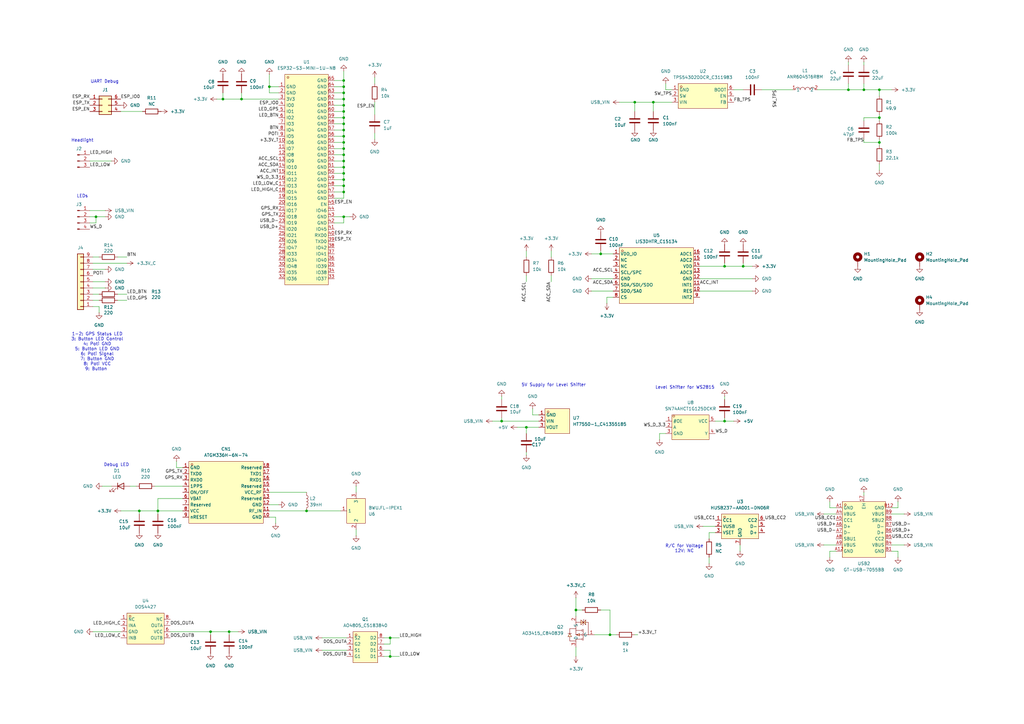
<source format=kicad_sch>
(kicad_sch (version 20250114) (generator "eeschema") (generator_version "9.0")
  (paper "A3")
  (text "LEDs" (at 33.782 80.518 0) (effects (font (size 1.27 1.27))))
  (text "R/C for Voltage\n12V: NC" (at 280.67 225.044 0) (effects (font (size 1.27 1.27))))
  (text "Headlight" (at 33.782 57.658 0) (effects (font (size 1.27 1.27))))
  (text "1-2: GPS Status LED\n3: Button LED Control\n4: Poti GND\n5: Button LED GND\n6: Poti Signal\n7: Button GND\n8: Poti VCC\n9: Button " (at 39.878 144.272 0) (effects (font (size 1.27 1.27))))
  (text "Level Shifter for WS2815" (at 280.924 159.004 0) (effects (font (size 1.27 1.27))))
  (text "Debug LED" (at 47.752 190.754 0) (effects (font (size 1.27 1.27))))
  (text "UART Debug" (at 42.926 33.528 0) (effects (font (size 1.27 1.27))))
  (text "5V Supply for Level Shifter\n" (at 227.076 157.988 0) (effects (font (size 1.27 1.27))))
  (junction (at 354.33 36.83))
  (junction (at 360.68 48.26))
  (junction (at 140.97 48.26))
  (junction (at 86.36 259.08))
  (junction (at 140.97 66.04))
  (junction (at 140.97 58.42))
  (junction (at 360.68 36.83))
  (junction (at 260.35 41.91))
  (junction (at 140.97 33.02))
  (junction (at 347.98 36.83))
  (junction (at 99.06 40.64))
  (junction (at 140.97 38.1))
  (junction (at 140.97 40.64))
  (junction (at 140.97 53.34))
  (junction (at 125.73 209.55))
  (junction (at 297.18 109.22))
  (junction (at 140.97 50.8))
  (junction (at 304.8 109.22))
  (junction (at 91.44 40.64))
  (junction (at 140.97 78.74))
  (junction (at 140.97 45.72))
  (junction (at 140.97 71.12))
  (junction (at 140.97 63.5))
  (junction (at 160.02 261.62))
  (junction (at 140.97 43.18))
  (junction (at 140.97 88.9))
  (junction (at 140.97 60.96))
  (junction (at 140.97 55.88))
  (junction (at 140.97 73.66))
  (junction (at 250.19 260.35))
  (junction (at 215.9 175.26))
  (junction (at 236.22 250.19))
  (junction (at 160.02 269.24))
  (junction (at 140.97 76.2))
  (junction (at 297.18 172.72))
  (junction (at 360.68 58.42))
  (junction (at 140.97 68.58))
  (junction (at 64.77 209.55))
  (junction (at 57.15 209.55))
  (junction (at 205.74 172.72))
  (junction (at 246.38 104.14))
  (junction (at 39.37 88.9))
  (junction (at 110.49 35.56))
  (junction (at 267.97 41.91))
  (junction (at 140.97 35.56))
  (junction (at 93.98 259.08))
  (wire (pts (xy 157.48 266.7) (xy 160.02 266.7)))
  (wire (pts (xy 261.62 260.35) (xy 260.35 260.35)))
  (wire (pts (xy 41.91 199.39) (xy 45.72 199.39)))
  (wire (pts (xy 93.98 260.35) (xy 93.98 259.08)))
  (wire (pts (xy 340.36 208.28) (xy 340.36 205.74)))
  (wire (pts (xy 205.74 171.45) (xy 205.74 172.72)))
  (wire (pts (xy 300.99 36.83) (xy 304.8 36.83)))
  (wire (pts (xy 246.38 104.14) (xy 242.57 104.14)))
  (wire (pts (xy 354.33 201.93) (xy 354.33 203.2)))
  (wire (pts (xy 140.97 45.72) (xy 140.97 48.26)))
  (wire (pts (xy 114.3 38.1) (xy 110.49 38.1)))
  (wire (pts (xy 246.38 250.19) (xy 250.19 250.19)))
  (wire (pts (xy 236.22 265.43) (xy 236.22 269.24)))
  (wire (pts (xy 368.3 208.28) (xy 368.3 205.74)))
  (wire (pts (xy 64.77 204.47) (xy 64.77 209.55)))
  (wire (pts (xy 304.8 109.22) (xy 308.61 109.22)))
  (wire (pts (xy 335.28 36.83) (xy 347.98 36.83)))
  (wire (pts (xy 140.97 58.42) (xy 140.97 60.96)))
  (wire (pts (xy 287.02 114.3) (xy 308.61 114.3)))
  (wire (pts (xy 236.22 250.19) (xy 238.76 250.19)))
  (wire (pts (xy 160.02 266.7) (xy 160.02 269.24)))
  (wire (pts (xy 226.06 113.03) (xy 226.06 115.57)))
  (wire (pts (xy 137.16 88.9) (xy 140.97 88.9)))
  (wire (pts (xy 157.48 264.16) (xy 160.02 264.16)))
  (wire (pts (xy 360.68 36.83) (xy 360.68 39.37)))
  (wire (pts (xy 137.16 58.42) (xy 140.97 58.42)))
  (wire (pts (xy 140.97 78.74) (xy 140.97 81.28)))
  (wire (pts (xy 140.97 29.21) (xy 140.97 33.02)))
  (wire (pts (xy 39.37 91.44) (xy 39.37 88.9)))
  (wire (pts (xy 137.16 45.72) (xy 140.97 45.72)))
  (wire (pts (xy 370.84 210.82) (xy 365.76 210.82)))
  (wire (pts (xy 110.49 209.55) (xy 125.73 209.55)))
  (wire (pts (xy 53.34 199.39) (xy 55.88 199.39)))
  (wire (pts (xy 140.97 38.1) (xy 140.97 40.64)))
  (wire (pts (xy 110.49 35.56) (xy 110.49 38.1)))
  (wire (pts (xy 125.73 209.55) (xy 139.7 209.55)))
  (wire (pts (xy 137.16 33.02) (xy 140.97 33.02)))
  (wire (pts (xy 137.16 76.2) (xy 140.97 76.2)))
  (wire (pts (xy 157.48 269.24) (xy 160.02 269.24)))
  (wire (pts (xy 220.98 175.26) (xy 215.9 175.26)))
  (wire (pts (xy 137.16 81.28) (xy 140.97 81.28)))
  (wire (pts (xy 140.97 88.9) (xy 140.97 91.44)))
  (wire (pts (xy 39.37 88.9) (xy 43.18 88.9)))
  (wire (pts (xy 137.16 38.1) (xy 140.97 38.1)))
  (wire (pts (xy 354.33 25.4) (xy 354.33 26.67)))
  (wire (pts (xy 137.16 68.58) (xy 140.97 68.58)))
  (wire (pts (xy 246.38 102.87) (xy 246.38 104.14)))
  (wire (pts (xy 342.9 226.06) (xy 340.36 226.06)))
  (wire (pts (xy 137.16 60.96) (xy 140.97 60.96)))
  (wire (pts (xy 267.97 41.91) (xy 260.35 41.91)))
  (wire (pts (xy 242.57 119.38) (xy 251.46 119.38)))
  (wire (pts (xy 113.03 212.09) (xy 113.03 214.63)))
  (wire (pts (xy 74.93 204.47) (xy 64.77 204.47)))
  (wire (pts (xy 297.18 172.72) (xy 300.99 172.72)))
  (wire (pts (xy 354.33 58.42) (xy 360.68 58.42)))
  (wire (pts (xy 236.22 250.19) (xy 236.22 252.73)))
  (wire (pts (xy 72.39 189.23) (xy 72.39 191.77)))
  (wire (pts (xy 243.84 260.35) (xy 250.19 260.35)))
  (wire (pts (xy 69.85 259.08) (xy 86.36 259.08)))
  (wire (pts (xy 365.76 226.06) (xy 368.3 226.06)))
  (wire (pts (xy 49.53 45.72) (xy 58.42 45.72)))
  (wire (pts (xy 137.16 50.8) (xy 140.97 50.8)))
  (wire (pts (xy 248.92 121.92) (xy 248.92 124.46)))
  (wire (pts (xy 137.16 66.04) (xy 140.97 66.04)))
  (wire (pts (xy 38.1 259.08) (xy 49.53 259.08)))
  (wire (pts (xy 236.22 245.11) (xy 236.22 250.19)))
  (wire (pts (xy 91.44 40.64) (xy 91.44 38.1)))
  (wire (pts (xy 64.77 209.55) (xy 57.15 209.55)))
  (wire (pts (xy 370.84 223.52) (xy 365.76 223.52)))
  (wire (pts (xy 360.68 57.15) (xy 360.68 58.42)))
  (wire (pts (xy 360.68 46.99) (xy 360.68 48.26)))
  (wire (pts (xy 140.97 76.2) (xy 140.97 78.74)))
  (wire (pts (xy 205.74 162.56) (xy 205.74 163.83)))
  (wire (pts (xy 137.16 48.26) (xy 140.97 48.26)))
  (wire (pts (xy 360.68 67.31) (xy 360.68 69.85)))
  (wire (pts (xy 86.36 260.35) (xy 86.36 259.08)))
  (wire (pts (xy 360.68 36.83) (xy 365.76 36.83)))
  (wire (pts (xy 312.42 36.83) (xy 325.12 36.83)))
  (wire (pts (xy 49.53 209.55) (xy 57.15 209.55)))
  (wire (pts (xy 146.05 219.71) (xy 146.05 217.17)))
  (wire (pts (xy 354.33 57.15) (xy 354.33 58.42)))
  (wire (pts (xy 38.1 120.65) (xy 40.64 120.65)))
  (wire (pts (xy 40.64 128.27) (xy 40.64 125.73)))
  (wire (pts (xy 48.26 105.41) (xy 52.07 105.41)))
  (wire (pts (xy 360.68 48.26) (xy 360.68 49.53)))
  (wire (pts (xy 290.83 218.44) (xy 293.37 218.44)))
  (wire (pts (xy 140.97 60.96) (xy 140.97 63.5)))
  (wire (pts (xy 347.98 25.4) (xy 347.98 26.67)))
  (wire (pts (xy 360.68 58.42) (xy 360.68 59.69)))
  (wire (pts (xy 153.67 31.75) (xy 153.67 34.29)))
  (wire (pts (xy 354.33 49.53) (xy 354.33 48.26)))
  (wire (pts (xy 38.1 115.57) (xy 43.18 115.57)))
  (wire (pts (xy 275.59 36.83) (xy 273.05 36.83)))
  (wire (pts (xy 140.97 50.8) (xy 140.97 53.34)))
  (wire (pts (xy 337.82 223.52) (xy 342.9 223.52)))
  (wire (pts (xy 365.76 208.28) (xy 368.3 208.28)))
  (wire (pts (xy 288.29 215.9) (xy 293.37 215.9)))
  (wire (pts (xy 64.77 209.55) (xy 64.77 210.82)))
  (wire (pts (xy 63.5 199.39) (xy 74.93 199.39)))
  (wire (pts (xy 137.16 63.5) (xy 140.97 63.5)))
  (wire (pts (xy 160.02 269.24) (xy 163.83 269.24)))
  (wire (pts (xy 140.97 35.56) (xy 140.97 38.1)))
  (wire (pts (xy 38.1 107.95) (xy 52.07 107.95)))
  (wire (pts (xy 74.93 209.55) (xy 64.77 209.55)))
  (wire (pts (xy 140.97 53.34) (xy 140.97 55.88)))
  (wire (pts (xy 267.97 41.91) (xy 267.97 45.72)))
  (wire (pts (xy 36.83 66.04) (xy 45.72 66.04)))
  (wire (pts (xy 137.16 91.44) (xy 140.97 91.44)))
  (wire (pts (xy 287.02 109.22) (xy 297.18 109.22)))
  (wire (pts (xy 260.35 41.91) (xy 260.35 45.72)))
  (wire (pts (xy 290.83 228.6) (xy 290.83 231.14)))
  (wire (pts (xy 160.02 261.62) (xy 163.83 261.62)))
  (wire (pts (xy 137.16 55.88) (xy 140.97 55.88)))
  (wire (pts (xy 132.08 266.7) (xy 142.24 266.7)))
  (wire (pts (xy 254 41.91) (xy 260.35 41.91)))
  (wire (pts (xy 137.16 43.18) (xy 140.97 43.18)))
  (wire (pts (xy 220.98 170.18) (xy 218.44 170.18)))
  (wire (pts (xy 140.97 43.18) (xy 140.97 45.72)))
  (wire (pts (xy 140.97 68.58) (xy 140.97 71.12)))
  (wire (pts (xy 74.93 191.77) (xy 72.39 191.77)))
  (wire (pts (xy 215.9 113.03) (xy 215.9 115.57)))
  (wire (pts (xy 212.09 175.26) (xy 215.9 175.26)))
  (wire (pts (xy 137.16 35.56) (xy 140.97 35.56)))
  (wire (pts (xy 57.15 209.55) (xy 57.15 210.82)))
  (wire (pts (xy 36.83 88.9) (xy 39.37 88.9)))
  (wire (pts (xy 218.44 170.18) (xy 218.44 167.64)))
  (wire (pts (xy 110.49 35.56) (xy 114.3 35.56)))
  (wire (pts (xy 304.8 109.22) (xy 304.8 107.95)))
  (wire (pts (xy 226.06 102.87) (xy 226.06 105.41)))
  (wire (pts (xy 140.97 40.64) (xy 140.97 43.18)))
  (wire (pts (xy 99.06 40.64) (xy 114.3 40.64)))
  (wire (pts (xy 99.06 40.64) (xy 99.06 38.1)))
  (wire (pts (xy 340.36 226.06) (xy 340.36 228.6)))
  (wire (pts (xy 201.93 172.72) (xy 205.74 172.72)))
  (wire (pts (xy 153.67 41.91) (xy 153.67 46.99)))
  (wire (pts (xy 275.59 41.91) (xy 267.97 41.91)))
  (wire (pts (xy 86.36 259.08) (xy 93.98 259.08)))
  (wire (pts (xy 342.9 208.28) (xy 340.36 208.28)))
  (wire (pts (xy 205.74 172.72) (xy 220.98 172.72)))
  (wire (pts (xy 40.64 125.73) (xy 38.1 125.73)))
  (wire (pts (xy 368.3 226.06) (xy 368.3 228.6)))
  (wire (pts (xy 153.67 54.61) (xy 153.67 57.15)))
  (wire (pts (xy 99.06 40.64) (xy 91.44 40.64)))
  (wire (pts (xy 110.49 212.09) (xy 113.03 212.09)))
  (wire (pts (xy 110.49 201.93) (xy 125.73 201.93)))
  (wire (pts (xy 160.02 264.16) (xy 160.02 261.62)))
  (wire (pts (xy 273.05 36.83) (xy 273.05 34.29)))
  (wire (pts (xy 36.83 86.36) (xy 43.18 86.36)))
  (wire (pts (xy 215.9 185.42) (xy 215.9 186.69)))
  (wire (pts (xy 140.97 55.88) (xy 140.97 58.42)))
  (wire (pts (xy 290.83 220.98) (xy 290.83 218.44)))
  (wire (pts (xy 146.05 201.93) (xy 146.05 199.39)))
  (wire (pts (xy 354.33 36.83) (xy 354.33 34.29)))
  (wire (pts (xy 297.18 162.56) (xy 297.18 163.83)))
  (wire (pts (xy 347.98 36.83) (xy 354.33 36.83)))
  (wire (pts (xy 337.82 210.82) (xy 342.9 210.82)))
  (wire (pts (xy 38.1 110.49) (xy 43.18 110.49)))
  (wire (pts (xy 273.05 177.8) (xy 270.51 177.8)))
  (wire (pts (xy 157.48 261.62) (xy 160.02 261.62)))
  (wire (pts (xy 140.97 66.04) (xy 140.97 68.58)))
  (wire (pts (xy 140.97 71.12) (xy 140.97 73.66)))
  (wire (pts (xy 38.1 105.41) (xy 40.64 105.41)))
  (wire (pts (xy 242.57 114.3) (xy 251.46 114.3)))
  (wire (pts (xy 354.33 36.83) (xy 360.68 36.83)))
  (wire (pts (xy 297.18 109.22) (xy 304.8 109.22)))
  (wire (pts (xy 297.18 172.72) (xy 297.18 171.45)))
  (wire (pts (xy 251.46 121.92) (xy 248.92 121.92)))
  (wire (pts (xy 140.97 73.66) (xy 140.97 76.2)))
  (wire (pts (xy 287.02 119.38) (xy 308.61 119.38)))
  (wire (pts (xy 38.1 123.19) (xy 40.64 123.19)))
  (wire (pts (xy 354.33 48.26) (xy 360.68 48.26)))
  (wire (pts (xy 137.16 40.64) (xy 140.97 40.64)))
  (wire (pts (xy 252.73 260.35) (xy 250.19 260.35)))
  (wire (pts (xy 36.83 91.44) (xy 39.37 91.44)))
  (wire (pts (xy 137.16 53.34) (xy 140.97 53.34)))
  (wire (pts (xy 270.51 177.8) (xy 270.51 180.34)))
  (wire (pts (xy 93.98 259.08) (xy 97.79 259.08)))
  (wire (pts (xy 52.07 123.19) (xy 48.26 123.19)))
  (wire (pts (xy 303.53 223.52) (xy 303.53 226.06)))
  (wire (pts (xy 110.49 30.48) (xy 110.49 35.56)))
  (wire (pts (xy 110.49 207.01) (xy 114.3 207.01)))
  (wire (pts (xy 132.08 261.62) (xy 142.24 261.62)))
  (wire (pts (xy 38.1 118.11) (xy 43.18 118.11)))
  (wire (pts (xy 297.18 109.22) (xy 297.18 107.95)))
  (wire (pts (xy 88.9 40.64) (xy 91.44 40.64)))
  (wire (pts (xy 137.16 71.12) (xy 140.97 71.12)))
  (wire (pts (xy 140.97 48.26) (xy 140.97 50.8)))
  (wire (pts (xy 250.19 250.19) (xy 250.19 260.35)))
  (wire (pts (xy 140.97 88.9) (xy 143.51 88.9)))
  (wire (pts (xy 215.9 102.87) (xy 215.9 105.41)))
  (wire (pts (xy 137.16 73.66) (xy 140.97 73.66)))
  (wire (pts (xy 215.9 175.26) (xy 215.9 177.8)))
  (wire (pts (xy 137.16 78.74) (xy 140.97 78.74)))
  (wire (pts (xy 347.98 36.83) (xy 347.98 34.29)))
  (wire (pts (xy 140.97 63.5) (xy 140.97 66.04)))
  (wire (pts (xy 48.26 120.65) (xy 52.07 120.65)))
  (wire (pts (xy 293.37 172.72) (xy 297.18 172.72)))
  (wire (pts (xy 251.46 104.14) (xy 246.38 104.14)))
  (wire (pts (xy 140.97 33.02) (xy 140.97 35.56)))
  (label "BTN" (at 52.07 105.41 0))
  (label "POTI" (at 38.1 113.03 0))
  (label "ACC_SCL" (at 215.9 115.57 270))
  (label "GPS_TX" (at 114.3 88.9 180))
  (label "ESP_TX" (at 36.83 43.18 180))
  (label "LED_BTN" (at 52.07 120.65 0))
  (label "FB_TPS" (at 300.99 41.91 0))
  (label "LED_HIGH_C" (at 114.3 78.74 180))
  (label "WS_D_3.3" (at 114.3 73.66 180))
  (label "USB_D+" (at 342.9 215.9 180))
  (label "LED_HIGH" (at 163.83 261.62 0))
  (label "GPS_TX" (at 74.93 194.31 180))
  (label "USB_CC1" (at 293.37 213.36 180))
  (label "ACC_INT" (at 287.02 116.84 0))
  (label "USB_D-" (at 114.3 91.44 180))
  (label "POTI" (at 114.3 55.88 180))
  (label "SW_TPS" (at 275.59 39.37 180))
  (label "DOS_OUTB" (at 69.85 261.62 0))
  (label "LED_HIGH_C" (at 49.53 256.54 180))
  (label "ESP_RX" (at 36.83 40.64 180))
  (label "LED_LOW_C" (at 49.53 261.62 180))
  (label "ACC_INT" (at 114.3 71.12 180))
  (label "DOS_OUTB" (at 142.24 269.24 180))
  (label "LED_LOW" (at 36.83 68.58 0))
  (label "GPS_RX" (at 114.3 86.36 180))
  (label "ACC_SCL" (at 114.3 66.04 180))
  (label "WS_D" (at 293.37 177.8 0))
  (label "LED_LOW_C" (at 114.3 76.2 180))
  (label "+3.3V_T" (at 114.3 58.42 180))
  (label "GPS_RX" (at 74.93 196.85 180))
  (label "ESP_TX" (at 137.16 99.06 0))
  (label "LED_BTN" (at 114.3 48.26 180))
  (label "FB_TPS" (at 354.33 58.42 180))
  (label "BTN" (at 114.3 53.34 180))
  (label "USB_D+" (at 365.76 218.44 0))
  (label "ESP_EN" (at 36.83 45.72 180))
  (label "USB_CC1" (at 342.9 213.36 180))
  (label "DOS_OUTA" (at 142.24 264.16 180))
  (label "USB_D+" (at 114.3 93.98 180))
  (label "ESP_IO0" (at 49.53 40.64 0))
  (label "ESP_IO0" (at 114.3 43.18 180))
  (label "USB_D-" (at 365.76 215.9 0))
  (label "ACC_SCL" (at 251.46 111.76 180))
  (label "WS_D" (at 36.83 93.98 0))
  (label "LED_HIGH" (at 36.83 63.5 0))
  (label "ESP_EN" (at 153.67 44.45 180))
  (label "USB_D-" (at 342.9 218.44 180))
  (label "ACC_SDA" (at 251.46 116.84 180))
  (label "ACC_SDA" (at 114.3 68.58 180))
  (label "USB_CC2" (at 365.76 220.98 0))
  (label "ESP_RX" (at 137.16 96.52 0))
  (label "WS_D_3.3" (at 273.05 175.26 180))
  (label "ESP_EN" (at 137.16 83.82 0))
  (label "ACC_SDA" (at 226.06 115.57 270))
  (label "USB_CC2" (at 313.69 213.36 0))
  (label "SW_TPS" (at 318.77 36.83 270))
  (label "LED_LOW" (at 163.83 269.24 0))
  (label "LED_GPS" (at 114.3 45.72 180))
  (label "LED_GPS" (at 52.07 123.19 0))
  (label "+3.3V_T" (at 261.62 260.35 0))
  (label "DOS_OUTA" (at 69.85 256.54 0))
  (symbol (lib_id "Device:C") (at 57.15 214.63 0) (unit 1)
    (property "Reference" "C15" (at 48.768 213.868 0) (effects (justify left)))
    (property "Value" "10uF" (at 48.768 216.408 0) (effects (justify left)))
    (property "Footprint" "Capacitor_SMD:C_0603_1608Metric" (effects (hide yes)))
    (property "Description" "Unpolarized capacitor" (effects (hide yes)))
  )
  (symbol (lib_id "Device:C") (at 86.36 264.16 0) (unit 1)
    (property "Reference" "C13" (at 77.978 263.398 0) (effects (justify left)))
    (property "Value" "10uF" (at 77.978 265.938 0) (effects (justify left)))
    (property "Footprint" "Capacitor_SMD:C_0603_1608Metric" (effects (hide yes)))
    (property "Description" "Unpolarized capacitor" (effects (hide yes)))
  )
  (symbol (lib_id "Device:LED") (at 49.53 199.39 0) (unit 1)
    (property "Reference" "D1" (at 47.9425 193.04 0))
    (property "Value" "LED" (at 47.9425 195.58 0))
    (property "Footprint" "LED_SMD:LED_0603_1608Metric" (effects (hide yes)))
    (property "Description" "Light emitting diode" (effects (hide yes)))
    (property "Sim.Pins" "1=K 2=A" (effects (hide yes)))
  )
  (symbol (lib_id "Device:R") (at 360.68 43.18 0) (unit 1)
    (property "Reference" "R1" (at 363.22 41.9099 0) (effects (justify left)))
    (property "Value" "49.9" (at 363.22 44.4499 0) (effects (justify left)))
    (property "Footprint" "Resistor_SMD:R_0603_1608Metric" (effects (hide yes)))
    (property "Description" "Resistor" (effects (hide yes)))
  )
  (symbol (lib_id "power:GND") (at 110.49 30.48 180) (unit 1)
    (property "Reference" "#PWR010" (effects (hide yes)))
    (property "Value" "GND" (at 110.49 25.4 0))
    (property "Description" "Power symbol creates a global label with name \"GND\" , ground" (effects (hide yes)))
  )
  (symbol (lib_id "power:GND") (at 57.15 218.44 0) (unit 1)
    (property "Reference" "#PWR052" (effects (hide yes)))
    (property "Value" "GND" (at 57.15 223.52 0))
    (property "Description" "Power symbol creates a global label with name \"GND\" , ground" (effects (hide yes)))
  )
  (symbol (lib_id "Device:R") (at 215.9 109.22 0) (unit 1)
    (property "Reference" "R7" (at 218.44 107.9499 0) (effects (justify left)))
    (property "Value" "10k" (at 218.44 110.4899 0) (effects (justify left)))
    (property "Footprint" "Resistor_SMD:R_0603_1608Metric" (effects (hide yes)))
    (property "Description" "Resistor" (effects (hide yes)))
  )
  (symbol (lib_id "power:+12V") (at 132.08 261.62 90) (unit 1)
    (property "Reference" "#PWR044" (effects (hide yes)))
    (property "Value" "USB_VIN" (at 128.27 261.6199 90) (effects (justify left)))
    (property "Description" "Power symbol creates a global label with name \"+12V\"" (effects (hide yes)))
  )
  (symbol (lib_id "power:GND") (at 215.9 186.69 0) (unit 1)
    (property "Reference" "#PWR072" (effects (hide yes)))
    (property "Value" "GND" (at 215.9 191.77 0))
    (property "Description" "Power symbol creates a global label with name \"GND\" , ground" (effects (hide yes)))
  )
  (symbol (lib_id "power:GND") (at 347.98 25.4 180) (unit 1)
    (property "Reference" "#PWR05" (effects (hide yes)))
    (property "Value" "GND" (at 347.98 20.32 0))
    (property "Description" "Power symbol creates a global label with name \"GND\" , ground" (effects (hide yes)))
  )
  (symbol (lib_id "power:GND") (at 354.33 25.4 180) (unit 1)
    (property "Reference" "#PWR06" (effects (hide yes)))
    (property "Value" "GND" (at 354.33 20.32 0))
    (property "Description" "Power symbol creates a global label with name \"GND\" , ground" (effects (hide yes)))
  )
  (symbol (lib_id "Mechanical:MountingHole_Pad") (at 377.19 124.46 0) (unit 1) (in_bom no)
    (property "Reference" "H4" (at 379.73 121.9199 0) (effects (justify left)))
    (property "Value" "MountingHole_Pad" (at 379.73 124.4599 0) (effects (justify left)))
    (property "Footprint" "MountingHole:MountingHole_2.5mm_Pad_TopOnly" (effects (hide yes)))
    (property "Description" "Mounting Hole with connection" (effects (hide yes)))
  )
  (symbol (lib_id "power:+3.3V") (at 153.67 31.75 0) (unit 1)
    (property "Reference" "#PWR011" (effects (hide yes)))
    (property "Value" "+3.3V" (at 153.67 26.67 0))
    (property "Description" "Power symbol creates a global label with name \"+3.3V\"" (effects (hide yes)))
  )
  (symbol (lib_id "Device:C") (at 308.61 36.83 90) (unit 1)
    (property "Reference" "C3" (at 308.61 29.21 90))
    (property "Value" "100nF" (at 308.61 31.75 90))
    (property "Footprint" "Capacitor_SMD:C_0603_1608Metric" (effects (hide yes)))
    (property "Description" "Unpolarized capacitor" (effects (hide yes)))
  )
  (symbol (lib_id "power:GND") (at 49.53 43.18 90) (unit 1)
    (property "Reference" "#PWR061" (effects (hide yes)))
    (property "Value" "GND" (at 53.34 43.1799 90) (effects (justify right)))
    (property "Description" "Power symbol creates a global label with name \"GND\" , ground" (effects (hide yes)))
  )
  (symbol (lib_id "Connector_Generic:Conn_01x09") (at 33.02 115.57 180) (unit 1)
    (property "Reference" "J4" (at 33.02 101.6 0))
    (property "Value" "Conn_01x09" (effects (hide yes)))
    (property "Footprint" "rodl:Connector_Rodl" (effects (hide yes)))
    (property "Description" "Generic connector, single row, 01x09, script generated (kicad-library-utils/schlib/autogen/connector/)" (effects (hide yes)))
  )
  (symbol (lib_id "power:+3.3V") (at 66.04 45.72 270) (unit 1)
    (property "Reference" "#PWR062" (effects (hide yes)))
    (property "Value" "+3.3V" (at 69.85 45.7199 90) (effects (justify left)))
    (property "Description" "Power symbol creates a global label with name \"+3.3V\"" (effects (hide yes)))
  )
  (symbol (lib_id "Mechanical:MountingHole_Pad") (at 351.79 106.68 0) (unit 1) (in_bom no)
    (property "Reference" "H1" (at 354.33 104.1399 0) (effects (justify left)))
    (property "Value" "MountingHole_Pad" (at 354.33 106.6799 0) (effects (justify left)))
    (property "Footprint" "MountingHole:MountingHole_2.5mm_Pad_TopOnly" (effects (hide yes)))
    (property "Description" "Mounting Hole with connection" (effects (hide yes)))
  )
  (symbol (lib_id "power:GND") (at 303.53 226.06 0) (unit 1)
    (property "Reference" "#PWR023" (effects (hide yes)))
    (property "Value" "GND" (at 303.53 231.14 0))
    (property "Description" "Power symbol creates a global label with name \"GND\" , ground" (effects (hide yes)))
  )
  (symbol (lib_id "power:GND") (at 114.3 207.01 90) (unit 1)
    (property "Reference" "#PWR055" (effects (hide yes)))
    (property "Value" "GND" (at 118.11 207.0099 90) (effects (justify right)))
    (property "Description" "Power symbol creates a global label with name \"GND\" , ground" (effects (hide yes)))
  )
  (symbol (lib_id "Device:C") (at 267.97 49.53 0) (unit 1)
    (property "Reference" "C1" (at 271.78 48.2599 0) (effects (justify left)))
    (property "Value" "100nF" (at 271.78 50.7999 0) (effects (justify left)))
    (property "Footprint" "Capacitor_SMD:C_0603_1608Metric" (effects (hide yes)))
    (property "Description" "Unpolarized capacitor" (effects (hide yes)))
  )
  (symbol (lib_id "power:+3.3V") (at 248.92 124.46 180) (unit 1)
    (property "Reference" "#PWR025" (effects (hide yes)))
    (property "Value" "+3.3V" (at 248.92 129.54 0))
    (property "Description" "Power symbol creates a global label with name \"+3.3V\"" (effects (hide yes)))
  )
  (symbol (lib_id "power:GND") (at 377.19 109.22 0) (unit 1)
    (property "Reference" "#PWR063" (effects (hide yes)))
    (property "Value" "GND" (at 377.19 114.3 0))
    (property "Description" "Power symbol creates a global label with name \"GND\" , ground" (effects (hide yes)))
  )
  (symbol (lib_id "power:GND") (at 143.51 88.9 90) (unit 1)
    (property "Reference" "#PWR078" (effects (hide yes)))
    (property "Value" "GND" (at 147.32 88.8999 90) (effects (justify right)))
    (property "Description" "Power symbol creates a global label with name \"GND\" , ground" (effects (hide yes)))
  )
  (symbol (lib_id "power:GND") (at 354.33 201.93 180) (unit 1)
    (property "Reference" "#PWR017" (effects (hide yes)))
    (property "Value" "GND" (at 354.33 196.85 0))
    (property "Description" "Power symbol creates a global label with name \"GND\" , ground" (effects (hide yes)))
  )
  (symbol (lib_id "rodl:DOS4427") (at 59.69 257.81 0) (unit 1)
    (property "Reference" "U4" (at 59.69 246.38 0))
    (property "Value" "DOS4427" (at 59.69 248.92 0))
    (property "Footprint" "rodl:SOIC-8_L5.0-W4.0-P1.27-LS6.0-BL" (effects (hide yes)))
    (property "LCSC Part" "C42395831" (effects (hide yes)))
  )
  (symbol (lib_id "power:GND") (at 205.74 162.56 180) (unit 1)
    (property "Reference" "#PWR074" (effects (hide yes)))
    (property "Value" "GND" (at 205.74 157.48 0))
    (property "Description" "Power symbol creates a global label with name \"GND\" , ground" (effects (hide yes)))
  )
  (symbol (lib_id "power:GND") (at 360.68 69.85 0) (unit 1)
    (property "Reference" "#PWR08" (effects (hide yes)))
    (property "Value" "GND" (at 360.68 74.93 0))
    (property "Description" "Power symbol creates a global label with name \"GND\" , ground" (effects (hide yes)))
  )
  (symbol (lib_id "Device:C") (at 99.06 34.29 180) (unit 1)
    (property "Reference" "C9" (at 102.362 33.274 0) (effects (justify right)))
    (property "Value" "100nF" (at 102.362 35.814 0) (effects (justify right)))
    (property "Footprint" "Capacitor_SMD:C_0603_1608Metric" (effects (hide yes)))
    (property "Description" "Unpolarized capacitor" (effects (hide yes)))
  )
  (symbol (lib_id "power:+12V") (at 337.82 223.52 90) (unit 1)
    (property "Reference" "#PWR039" (effects (hide yes)))
    (property "Value" "USB_VIN" (at 334.01 223.5199 90) (effects (justify left)))
    (property "Description" "Power symbol creates a global label with name \"+12V\"" (effects (hide yes)))
  )
  (symbol (lib_id "Device:R") (at 290.83 224.79 0) (unit 1)
    (property "Reference" "R5" (at 293.37 223.5199 0) (effects (justify left)))
    (property "Value" "NC" (at 293.37 226.0599 0) (effects (justify left)))
    (property "Footprint" "Resistor_SMD:R_0603_1608Metric" (effects (hide yes)))
    (property "Description" "Resistor" (effects (hide yes)))
  )
  (symbol (lib_id "power:+3.3V") (at 236.22 245.11 0) (unit 1)
    (property "Reference" "#PWR048" (effects (hide yes)))
    (property "Value" "+3.3V_C" (at 236.22 240.03 0))
    (property "Description" "Power symbol creates a global label with name \"+3.3V\"" (effects (hide yes)))
  )
  (symbol (lib_id "power:GND") (at 41.91 199.39 270) (unit 1)
    (property "Reference" "#PWR051" (effects (hide yes)))
    (property "Value" "GND" (at 38.1 199.3899 90) (effects (justify right)))
    (property "Description" "Power symbol creates a global label with name \"GND\" , ground" (effects (hide yes)))
  )
  (symbol (lib_id "rodl:TPS54302DDCR_C311983") (at 288.29 39.37 0) (unit 1)
    (property "Reference" "U2" (at 288.29 29.21 0))
    (property "Value" "TPS54302DDCR_C311983" (at 288.29 31.75 0))
    (property "Footprint" "rodl:SOT-23-6_L2.9-W1.6-P0.95-LS2.8-BL" (effects (hide yes)))
    (property "Datasheet" "https://lcsc.com/product-detail/Others_Texas-Instruments_TPS54302DDCR_Texas-Instruments-TI-TPS54302DDCR_C311983.html" (effects (hide yes)))
    (property "LCSC Part" "C311983" (effects (hide yes)))
  )
  (symbol (lib_id "power:+3.3V") (at 365.76 36.83 270) (unit 1)
    (property "Reference" "#PWR07" (effects (hide yes)))
    (property "Value" "+3.3V" (at 369.57 36.8299 90) (effects (justify left)))
    (property "Description" "Power symbol creates a global label with name \"+3.3V\"" (effects (hide yes)))
  )
  (symbol (lib_id "power:GND") (at 304.8 100.33 180) (unit 1)
    (property "Reference" "#PWR032" (effects (hide yes)))
    (property "Value" "GND" (at 304.8 95.25 0))
    (property "Description" "Power symbol creates a global label with name \"GND\" , ground" (effects (hide yes)))
  )
  (symbol (lib_id "power:+3.3V") (at 215.9 102.87 0) (unit 1)
    (property "Reference" "#PWR029" (effects (hide yes)))
    (property "Value" "+3.3V" (at 215.9 97.79 0))
    (property "Description" "Power symbol creates a global label with name \"+3.3V\"" (effects (hide yes)))
  )
  (symbol (lib_id "Device:R") (at 226.06 109.22 0) (unit 1)
    (property "Reference" "R6" (at 228.6 107.9499 0) (effects (justify left)))
    (property "Value" "10k" (at 228.6 110.4899 0) (effects (justify left)))
    (property "Footprint" "Resistor_SMD:R_0603_1608Metric" (effects (hide yes)))
    (property "Description" "Resistor" (effects (hide yes)))
  )
  (symbol (lib_id "power:GND") (at 377.19 127 0) (unit 1)
    (property "Reference" "#PWR065" (effects (hide yes)))
    (property "Value" "GND" (at 377.19 132.08 0))
    (property "Description" "Power symbol creates a global label with name \"GND\" , ground" (effects (hide yes)))
  )
  (symbol (lib_id "Device:R") (at 44.45 120.65 90) (unit 1)
    (property "Reference" "R13" (at 64.008 119.634 90))
    (property "Value" "220" (at 64.008 121.92 90))
    (property "Footprint" "Resistor_SMD:R_0603_1608Metric" (effects (hide yes)))
    (property "Description" "Resistor" (effects (hide yes)))
  )
  (symbol (lib_id "Device:C") (at 260.35 49.53 0) (unit 1)
    (property "Reference" "C2" (at 251.968 48.768 0) (effects (justify left)))
    (property "Value" "10uF" (at 251.968 51.308 0) (effects (justify left)))
    (property "Footprint" "Capacitor_SMD:C_0603_1608Metric" (effects (hide yes)))
    (property "Description" "Unpolarized capacitor" (effects (hide yes)))
  )
  (symbol (lib_id "rodl:GT-USB-7055BB") (at 355.6 215.9 0) (unit 1)
    (property "Reference" "USB2" (at 354.33 231.14 0))
    (property "Value" "GT-USB-7055BB" (at 354.33 233.68 0))
    (property "Footprint" "rodl:USB-C-TH_GT-USB-7055BB" (effects (hide yes)))
    (property "LCSC Part" "C7450621" (effects (hide yes)))
  )
  (symbol (lib_id "power:+3.3V") (at 88.9 40.64 90) (unit 1)
    (property "Reference" "#PWR015" (effects (hide yes)))
    (property "Value" "+3.3V" (at 85.09 40.6399 90) (effects (justify left)))
    (property "Description" "Power symbol creates a global label with name \"+3.3V\"" (effects (hide yes)))
  )
  (symbol (lib_id "Device:R") (at 153.67 38.1 0) (unit 1)
    (property "Reference" "R4" (at 156.21 36.8299 0) (effects (justify left)))
    (property "Value" "10k" (at 156.21 39.3699 0) (effects (justify left)))
    (property "Footprint" "Resistor_SMD:R_0603_1608Metric" (effects (hide yes)))
    (property "Description" "Resistor" (effects (hide yes)))
  )
  (symbol (lib_id "power:GND") (at 93.98 267.97 0) (unit 1)
    (property "Reference" "#PWR020" (effects (hide yes)))
    (property "Value" "GND" (at 93.98 273.05 0))
    (property "Description" "Power symbol creates a global label with name \"GND\" , ground" (effects (hide yes)))
  )
  (symbol (lib_id "power:GND") (at 260.35 53.34 0) (unit 1)
    (property "Reference" "#PWR03" (effects (hide yes)))
    (property "Value" "GND" (at 258.572 57.404 0) (effects (justify left)))
    (property "Description" "Power symbol creates a global label with name \"GND\" , ground" (effects (hide yes)))
  )
  (symbol (lib_id "Connector:Conn_01x03_Pin") (at 31.75 66.04 0) (unit 1)
    (property "Reference" "J2" (at 32.385 60.96 0))
    (property "Value" "Conn_01x03_Pin" (effects (hide yes)))
    (property "Footprint" "Connector_PinSocket_2.00mm:PinSocket_1x03_P2.00mm_Vertical" (effects (hide yes)))
    (property "Description" "Generic connector, single row, 01x03, script generated" (effects (hide yes)))
  )
  (symbol (lib_id "power:+12V") (at 254 41.91 90) (unit 1)
    (property "Reference" "#PWR01" (effects (hide yes)))
    (property "Value" "USB_VIN" (at 250.19 41.9099 90) (effects (justify left)))
    (property "Description" "Power symbol creates a global label with name \"+12V\"" (effects (hide yes)))
  )
  (symbol (lib_id "power:GND") (at 290.83 231.14 0) (unit 1)
    (property "Reference" "#PWR024" (effects (hide yes)))
    (property "Value" "GND" (at 290.83 236.22 0))
    (property "Description" "Power symbol creates a global label with name \"GND\" , ground" (effects (hide yes)))
  )
  (symbol (lib_id "rodl:BWU.FL-IPEX1") (at 144.78 209.55 180) (unit 1)
    (property "Reference" "U6" (at 151.13 210.8201 0) (effects (justify right)))
    (property "Value" "BWU.FL-IPEX1" (at 151.13 208.2801 0) (effects (justify right)))
    (property "Footprint" "rodl:IPEX-SMD_BWIPX-1-001E" (effects (hide yes)))
    (property "LCSC Part" "C5137195" (effects (hide yes)))
  )
  (symbol (lib_id "Device:R") (at 44.45 123.19 90) (unit 1)
    (property "Reference" "R12" (at 44.45 125.984 90))
    (property "Value" "220" (at 44.45 128.27 90))
    (property "Footprint" "Resistor_SMD:R_0603_1608Metric" (effects (hide yes)))
    (property "Description" "Resistor" (effects (hide yes)))
  )
  (symbol (lib_id "rodl:HUSB237-AA001-DN06R") (at 303.53 215.9 0) (unit 1)
    (property "Reference" "U3" (at 303.53 205.74 0))
    (property "Value" "HUSB237-AA001-DN06R" (at 303.53 208.28 0))
    (property "Footprint" "rodl:TDFN-6_L2.0-W2.0-P0.65-TL-EP" (effects (hide yes)))
    (property "LCSC Part" "C22373734" (effects (hide yes)))
  )
  (symbol (lib_id "rodl:ANR6045T6R8M") (at 330.2 36.83 0) (unit 1)
    (property "Reference" "L1" (at 330.2 28.956 0))
    (property "Value" "ANR6045T6R8M" (at 330.2 31.496 0))
    (property "Footprint" "rodl:IND-SMD_L6.0-W6.0_ANR6045" (effects (hide yes)))
    (property "LCSC Part" "C6808110" (effects (hide yes)))
  )
  (symbol (lib_id "power:GND") (at 242.57 119.38 270) (unit 1)
    (property "Reference" "#PWR026" (effects (hide yes)))
    (property "Value" "GND" (at 238.76 119.3799 90) (effects (justify right)))
    (property "Description" "Power symbol creates a global label with name \"GND\" , ground" (effects (hide yes)))
  )
  (symbol (lib_id "power:+12V") (at 370.84 210.82 270) (unit 1)
    (property "Reference" "#PWR021" (effects (hide yes)))
    (property "Value" "USB_VIN" (at 374.65 210.8201 90) (effects (justify left)))
    (property "Description" "Power symbol creates a global label with name \"+12V\"" (effects (hide yes)))
  )
  (symbol (lib_id "power:+12V") (at 132.08 266.7 90) (unit 1)
    (property "Reference" "#PWR043" (effects (hide yes)))
    (property "Value" "USB_VIN" (at 128.27 266.6999 90) (effects (justify left)))
    (property "Description" "Power symbol creates a global label with name \"+12V\"" (effects (hide yes)))
  )
  (symbol (lib_id "power:GND") (at 267.97 53.34 0) (unit 1)
    (property "Reference" "#PWR02" (effects (hide yes)))
    (property "Value" "GND" (at 267.97 57.404 0))
    (property "Description" "Power symbol creates a global label with name \"GND\" , ground" (effects (hide yes)))
  )
  (symbol (lib_id "power:GND") (at 64.77 218.44 0) (unit 1)
    (property "Reference" "#PWR053" (effects (hide yes)))
    (property "Value" "GND" (at 64.77 223.52 0))
    (property "Description" "Power symbol creates a global label with name \"GND\" , ground" (effects (hide yes)))
  )
  (symbol (lib_id "rodl:LIS3DHTR_C15134") (at 269.24 113.03 0) (unit 1)
    (property "Reference" "U5" (at 269.24 96.52 0))
    (property "Value" "LIS3DHTR_C15134" (at 269.24 99.06 0))
    (property "Footprint" "rodl:LGA-16_L3.0-W3.0-P0.50-TL" (effects (hide yes)))
    (property "Datasheet" "https://lcsc.com/product-detail/Motion-Sensors-Accelerometers_STMicroelectronics_LIS3DHTR_LIS3DHTR_C15134.html" (effects (hide yes)))
    (property "LCSC Part" "C15134" (effects (hide yes)))
  )
  (symbol (lib_id "power:+3.3V") (at 49.53 209.55 90) (unit 1)
    (property "Reference" "#PWR054" (effects (hide yes)))
    (property "Value" "+3.3V" (at 45.72 209.5499 90) (effects (justify left)))
    (property "Description" "Power symbol creates a global label with name \"+3.3V\"" (effects (hide yes)))
  )
  (symbol (lib_id "power:GND") (at 242.57 114.3 270) (unit 1)
    (property "Reference" "#PWR027" (effects (hide yes)))
    (property "Value" "GND" (at 238.76 114.2999 90) (effects (justify right)))
    (property "Description" "Power symbol creates a global label with name \"GND\" , ground" (effects (hide yes)))
  )
  (symbol (lib_id "power:GND") (at 368.3 205.74 180) (unit 1)
    (property "Reference" "#PWR037" (effects (hide yes)))
    (property "Value" "GND" (at 368.3 200.66 0))
    (property "Description" "Power symbol creates a global label with name \"GND\" , ground" (effects (hide yes)))
  )
  (symbol (lib_id "power:GND") (at 43.18 118.11 90) (unit 1)
    (property "Reference" "#PWR067" (effects (hide yes)))
    (property "Value" "GND" (at 46.99 118.1099 90) (effects (justify right)))
    (property "Description" "Power symbol creates a global label with name \"GND\" , ground" (effects (hide yes)))
  )
  (symbol (lib_id "power:GND") (at 72.39 189.23 180) (unit 1)
    (property "Reference" "#PWR049" (effects (hide yes)))
    (property "Value" "GND" (at 72.39 184.15 0))
    (property "Description" "Power symbol creates a global label with name \"GND\" , ground" (effects (hide yes)))
  )
  (symbol (lib_id "Device:R") (at 360.68 63.5 0) (unit 1)
    (property "Reference" "R3" (at 363.22 62.2299 0) (effects (justify left)))
    (property "Value" "22.1k" (at 363.22 64.7699 0) (effects (justify left)))
    (property "Footprint" "Resistor_SMD:R_0603_1608Metric" (effects (hide yes)))
    (property "Description" "Resistor" (effects (hide yes)))
  )
  (symbol (lib_id "rodl:ATGM336H-6N-74") (at 92.71 201.93 0) (unit 1)
    (property "Reference" "CN1" (at 92.71 184.15 0))
    (property "Value" "ATGM336H-6N-74" (at 92.71 186.69 0))
    (property "Footprint" "rodl:COMM-SMD_18P-L10.1-W9.7-P1.1-TL_L76-LB" (effects (hide yes)))
    (property "LCSC Part" "C5804601" (effects (hide yes)))
  )
  (symbol (lib_id "rodl:SN74AHCT1G125DCKR") (at 283.21 175.26 270) (unit 1)
    (property "Reference" "U8" (at 283.21 165.1 90))
    (property "Value" "SN74AHCT1G125DCKR" (at 283.21 167.64 90))
    (property "Footprint" "rodl:SC-70-5_L2.0-W1.3-P0.65-LS2.1-BL" (effects (hide yes)))
    (property "Datasheet" "https://lcsc.com/product-detail/Others_Texas-Instruments-TI-SN74AHCT1G125DCKR_C350557.html" (effects (hide yes)))
    (property "LCSC Part" "C350557" (effects (hide yes)))
  )
  (symbol (lib_id "power:GND") (at 273.05 34.29 180) (unit 1)
    (property "Reference" "#PWR04" (effects (hide yes)))
    (property "Value" "GND" (at 273.05 29.21 0))
    (property "Description" "Power symbol creates a global label with name \"GND\" , ground" (effects (hide yes)))
  )
  (symbol (lib_id "power:GND") (at 43.18 88.9 90) (unit 1)
    (property "Reference" "#PWR060" (effects (hide yes)))
    (property "Value" "GND" (at 46.99 88.8999 90) (effects (justify right)))
    (property "Description" "Power symbol creates a global label with name \"GND\" , ground" (effects (hide yes)))
  )
  (symbol (lib_id "power:GND") (at 40.64 128.27 0) (unit 1)
    (property "Reference" "#PWR066" (effects (hide yes)))
    (property "Value" "GND" (at 40.64 133.35 0))
    (property "Description" "Power symbol creates a global label with name \"GND\" , ground" (effects (hide yes)))
  )
  (symbol (lib_id "Device:C") (at 246.38 99.06 180) (unit 1)
    (property "Reference" "C10" (at 249.682 98.044 0) (effects (justify right)))
    (property "Value" "100nF" (at 249.682 100.584 0) (effects (justify right)))
    (property "Footprint" "Capacitor_SMD:C_0603_1608Metric" (effects (hide yes)))
    (property "Description" "Unpolarized capacitor" (effects (hide yes)))
  )
  (symbol (lib_id "Device:C") (at 347.98 30.48 0) (unit 1)
    (property "Reference" "C4" (at 340.36 29.718 0) (effects (justify left)))
    (property "Value" "22uF" (at 340.36 32.258 0) (effects (justify left)))
    (property "Footprint" "Capacitor_SMD:C_0805_2012Metric" (effects (hide yes)))
    (property "Description" "Unpolarized capacitor" (effects (hide yes)))
  )
  (symbol (lib_id "power:GND") (at 140.97 29.21 180) (unit 1)
    (property "Reference" "#PWR09" (effects (hide yes)))
    (property "Value" "GND" (at 140.97 24.13 0))
    (property "Description" "Power symbol creates a global label with name \"GND\" , ground" (effects (hide yes)))
  )
  (symbol (lib_id "power:+3.3V") (at 242.57 104.14 90) (unit 1)
    (property "Reference" "#PWR030" (effects (hide yes)))
    (property "Value" "+3.3V" (at 238.76 104.1399 90) (effects (justify left)))
    (property "Description" "Power symbol creates a global label with name \"+3.3V\"" (effects (hide yes)))
  )
  (symbol (lib_id "power:GND") (at 270.51 180.34 0) (unit 1)
    (property "Reference" "#PWR077" (effects (hide yes)))
    (property "Value" "GND" (at 270.51 185.42 0))
    (property "Description" "Power symbol creates a global label with name \"GND\" , ground" (effects (hide yes)))
  )
  (symbol (lib_id "Connector_Generic:Conn_02x03_Counter_Clockwise") (at 41.91 43.18 0) (unit 1)
    (property "Reference" "J1" (at 43.18 36.83 0))
    (property "Footprint" "Connector_PinSocket_2.54mm:PinSocket_2x03_P2.54mm_Vertical" (effects (hide yes)))
    (property "Description" "Generic connector, double row, 02x03, counter clockwise pin numbering scheme (similar to DIP package numbering), script generated (kicad-library-utils/schlib/autogen/connector/)" (effects (hide yes)))
  )
  (symbol (lib_id "Device:C") (at 91.44 34.29 180) (unit 1)
    (property "Reference" "C8" (at 85.344 33.528 0) (effects (justify right)))
    (property "Value" "10uF" (at 83.312 35.814 0) (effects (justify right)))
    (property "Footprint" "Capacitor_SMD:C_0603_1608Metric" (effects (hide yes)))
    (property "Description" "Unpolarized capacitor" (effects (hide yes)))
  )
  (symbol (lib_id "power:GND") (at 99.06 30.48 180) (unit 1)
    (property "Reference" "#PWR014" (effects (hide yes)))
    (property "Value" "GND" (at 99.06 25.4 0))
    (property "Description" "Power symbol creates a global label with name \"GND\" , ground" (effects (hide yes)))
  )
  (symbol (lib_id "power:+12V") (at 337.82 210.82 90) (unit 1)
    (property "Reference" "#PWR038" (effects (hide yes)))
    (property "Value" "USB_VIN" (at 334.01 210.8199 90) (effects (justify left)))
    (property "Description" "Power symbol creates a global label with name \"+12V\"" (effects (hide yes)))
  )
  (symbol (lib_id "power:GND") (at 308.61 119.38 90) (unit 1)
    (property "Reference" "#PWR036" (effects (hide yes)))
    (property "Value" "GND" (at 312.42 119.3799 90) (effects (justify right)))
    (property "Description" "Power symbol creates a global label with name \"GND\" , ground" (effects (hide yes)))
  )
  (symbol (lib_id "power:GND") (at 153.67 57.15 0) (unit 1)
    (property "Reference" "#PWR012" (effects (hide yes)))
    (property "Value" "GND" (at 153.67 62.23 0))
    (property "Description" "Power symbol creates a global label with name \"GND\" , ground" (effects (hide yes)))
  )
  (symbol (lib_id "Device:L") (at 125.73 205.74 0) (unit 1)
    (property "Reference" "L2" (at 127 204.4699 0) (effects (justify left)))
    (property "Value" "39nH" (at 127 207.0099 0) (effects (justify left)))
    (property "Footprint" "Inductor_SMD:L_0603_1608Metric" (effects (hide yes)))
    (property "Description" "Inductor" (effects (hide yes)))
  )
  (symbol (lib_id "power:+3.3V") (at 308.61 109.22 270) (unit 1)
    (property "Reference" "#PWR034" (effects (hide yes)))
    (property "Value" "+3.3V" (at 312.42 109.2199 90) (effects (justify left)))
    (property "Description" "Power symbol creates a global label with name \"+3.3V\"" (effects (hide yes)))
  )
  (symbol (lib_id "power:+3.3V") (at 226.06 102.87 0) (unit 1)
    (property "Reference" "#PWR028" (effects (hide yes)))
    (property "Value" "+3.3V" (at 226.06 97.79 0))
    (property "Description" "Power symbol creates a global label with name \"+3.3V\"" (effects (hide yes)))
  )
  (symbol (lib_id "Device:C") (at 304.8 104.14 180) (unit 1)
    (property "Reference" "C11" (at 308.102 102.87 0) (effects (justify right)))
    (property "Value" "10uF" (at 308.102 105.41 0) (effects (justify right)))
    (property "Footprint" "Capacitor_SMD:C_0603_1608Metric" (effects (hide yes)))
    (property "Description" "Unpolarized capacitor" (effects (hide yes)))
  )
  (symbol (lib_id "Connector:Conn_01x04_Pin") (at 31.75 88.9 0) (unit 1)
    (property "Reference" "J3" (at 32.385 83.82 0))
    (property "Value" "Conn_01x04_Pin" (effects (hide yes)))
    (property "Footprint" "Connector_PinSocket_2.00mm:PinSocket_1x04_P2.00mm_Vertical" (effects (hide yes)))
    (property "Description" "Generic connector, single row, 01x04, script generated" (effects (hide yes)))
  )
  (symbol (lib_id "power:GND") (at 308.61 114.3 90) (unit 1)
    (property "Reference" "#PWR035" (effects (hide yes)))
    (property "Value" "GND" (at 312.42 114.2999 90) (effects (justify right)))
    (property "Description" "Power symbol creates a global label with name \"GND\" , ground" (effects (hide yes)))
  )
  (symbol (lib_id "power:+12V") (at 370.84 223.52 270) (unit 1)
    (property "Reference" "#PWR040" (effects (hide yes)))
    (property "Value" "USB_VIN" (at 374.65 223.5201 90) (effects (justify left)))
    (property "Description" "Power symbol creates a global label with name \"+12V\"" (effects (hide yes)))
  )
  (symbol (lib_id "power:GND") (at 368.3 228.6 0) (unit 1)
    (property "Reference" "#PWR042" (effects (hide yes)))
    (property "Value" "GND" (at 368.3 233.68 0))
    (property "Description" "Power symbol creates a global label with name \"GND\" , ground" (effects (hide yes)))
  )
  (symbol (lib_id "Device:C") (at 205.74 167.64 0) (unit 1)
    (property "Reference" "C18" (at 209.042 166.624 0) (effects (justify left)))
    (property "Value" "10uF" (at 209.042 168.91 0) (effects (justify left)))
    (property "Footprint" "Capacitor_SMD:C_0603_1608Metric" (effects (hide yes)))
    (property "Description" "Unpolarized capacitor" (effects (hide yes)))
  )
  (symbol (lib_id "power:+12V") (at 43.18 86.36 270) (unit 1)
    (property "Reference" "#PWR059" (effects (hide yes)))
    (property "Value" "USB_VIN" (at 46.99 86.3599 90) (effects (justify left)))
    (property "Description" "Power symbol creates a global label with name \"+12V\"" (effects (hide yes)))
  )
  (symbol (lib_id "power:GND") (at 38.1 259.08 270) (unit 1)
    (property "Reference" "#PWR045" (effects (hide yes)))
    (property "Value" "GND" (at 34.29 259.0799 90) (effects (justify right)))
    (property "Description" "Power symbol creates a global label with name \"GND\" , ground" (effects (hide yes)))
  )
  (symbol (lib_id "Mechanical:MountingHole_Pad") (at 377.19 106.68 0) (unit 1) (in_bom no)
    (property "Reference" "H2" (at 379.73 104.1399 0) (effects (justify left)))
    (property "Value" "MountingHole_Pad" (at 379.73 106.6799 0) (effects (justify left)))
    (property "Footprint" "MountingHole:MountingHole_2.5mm_Pad_TopOnly" (effects (hide yes)))
    (property "Description" "Mounting Hole with connection" (effects (hide yes)))
  )
  (symbol (lib_id "power:GND") (at 43.18 110.49 90) (unit 1)
    (property "Reference" "#PWR070" (effects (hide yes)))
    (property "Value" "GND" (at 46.99 110.4899 90) (effects (justify right)))
    (property "Description" "Power symbol creates a global label with name \"GND\" , ground" (effects (hide yes)))
  )
  (symbol (lib_id "Device:C") (at 93.98 264.16 0) (unit 1)
    (property "Reference" "C14" (at 97.79 262.8899 0) (effects (justify left)))
    (property "Value" "100nF" (at 97.79 265.4299 0) (effects (justify left)))
    (property "Footprint" "Capacitor_SMD:C_0603_1608Metric" (effects (hide yes)))
    (property "Description" "Unpolarized capacitor" (effects (hide yes)))
  )
  (symbol (lib_id "power:+12V") (at 97.79 259.08 270) (unit 1)
    (property "Reference" "#PWR018" (effects (hide yes)))
    (property "Value" "USB_VIN" (at 101.6 259.0799 90) (effects (justify left)))
    (property "Description" "Power symbol creates a global label with name \"+12V\"" (effects (hide yes)))
  )
  (symbol (lib_id "rodl:ESP32-S3-MINI-1U-N8") (at 125.73 73.66 0) (unit 1)
    (property "Reference" "U1" (at 125.73 25.4 0))
    (property "Value" "ESP32-S3-MINI-1U-N8" (at 125.73 27.94 0))
    (property "Footprint" "rodl:BULETM-SMD_ESPRESSIF_ESP32-S3-MINI-1U-N8" (effects (hide yes)))
    (property "LCSC Part" "C2980299" (effects (hide yes)))
  )
  (symbol (lib_id "power:GND") (at 91.44 30.48 180) (unit 1)
    (property "Reference" "#PWR013" (effects (hide yes)))
    (property "Value" "GND" (at 91.44 25.4 0))
    (property "Description" "Power symbol creates a global label with name \"GND\" , ground" (effects (hide yes)))
  )
  (symbol (lib_id "power:GND") (at 340.36 205.74 180) (unit 1)
    (property "Reference" "#PWR016" (effects (hide yes)))
    (property "Value" "GND" (at 340.36 200.66 0))
    (property "Description" "Power symbol creates a global label with name \"GND\" , ground" (effects (hide yes)))
  )
  (symbol (lib_id "rodl:AO3415_C840839") (at 236.22 260.35 180) (unit 1)
    (property "Reference" "Q2" (at 231.14 257.1749 0) (effects (justify left)))
    (property "Value" "AO3415_C840839" (at 231.14 259.7149 0) (effects (justify left)))
    (property "Footprint" "rodl:SOT-23-3_L2.9-W1.6-P1.90-LS2.8-BR" (effects (hide yes)))
    (property "Datasheet" "https://lcsc.com/product-detail/MOSFET_MDD-Microdiode-Electronics-AO3415_C840839.html" (effects (hide yes)))
    (property "LCSC Part" "C840839" (effects (hide yes)))
  )
  (symbol (lib_id "Device:R") (at 360.68 53.34 0) (unit 1)
    (property "Reference" "R2" (at 363.22 52.0699 0) (effects (justify left)))
    (property "Value" "100k" (at 363.22 54.6099 0) (effects (justify left)))
    (property "Footprint" "Resistor_SMD:R_0603_1608Metric" (effects (hide yes)))
    (property "Description" "Resistor" (effects (hide yes)))
  )
  (symbol (lib_id "power:+5V") (at 212.09 175.26 90) (unit 1)
    (property "Reference" "#PWR064" (effects (hide yes)))
    (property "Value" "+5V" (at 208.28 175.2599 90) (effects (justify left)))
    (property "Description" "Power symbol creates a global label with name \"+5V\"" (effects (hide yes)))
  )
  (symbol (lib_id "power:GND") (at 43.18 115.57 90) (unit 1)
    (property "Reference" "#PWR069" (effects (hide yes)))
    (property "Value" "GND" (at 46.99 115.5699 90) (effects (justify right)))
    (property "Description" "Power symbol creates a global label with name \"GND\" , ground" (effects (hide yes)))
  )
  (symbol (lib_id "Device:C") (at 354.33 30.48 0) (unit 1)
    (property "Reference" "C5" (at 357.632 29.464 0) (effects (justify left)))
    (property "Value" "22uF" (at 357.632 32.004 0) (effects (justify left)))
    (property "Footprint" "Capacitor_SMD:C_0805_2012Metric" (effects (hide yes)))
    (property "Description" "Unpolarized capacitor" (effects (hide yes)))
  )
  (symbol (lib_id "Device:R") (at 44.45 105.41 90) (unit 1)
    (property "Reference" "R14" (at 44.45 100.584 90))
    (property "Value" "220" (at 44.45 102.87 90))
    (property "Footprint" "Resistor_SMD:R_0603_1608Metric" (effects (hide yes)))
    (property "Description" "Resistor" (effects (hide yes)))
  )
  (symbol (lib_id "Device:C") (at 297.18 167.64 180) (unit 1)
    (property "Reference" "C19" (at 300.482 166.624 0) (effects (justify right)))
    (property "Value" "100nF" (at 300.482 169.164 0) (effects (justify right)))
    (property "Footprint" "Capacitor_SMD:C_0603_1608Metric" (effects (hide yes)))
    (property "Description" "Unpolarized capacitor" (effects (hide yes)))
  )
  (symbol (lib_id "power:GND") (at 146.05 199.39 180) (unit 1)
    (property "Reference" "#PWR057" (effects (hide yes)))
    (property "Value" "GND" (at 146.05 194.31 0))
    (property "Description" "Power symbol creates a global label with name \"GND\" , ground" (effects (hide yes)))
  )
  (symbol (lib_id "power:GND") (at 340.36 228.6 0) (unit 1)
    (property "Reference" "#PWR041" (effects (hide yes)))
    (property "Value" "GND" (at 340.36 233.68 0))
    (property "Description" "Power symbol creates a global label with name \"GND\" , ground" (effects (hide yes)))
  )
  (symbol (lib_id "power:GND") (at 246.38 95.25 180) (unit 1)
    (property "Reference" "#PWR031" (effects (hide yes)))
    (property "Value" "GND" (at 246.38 90.17 0))
    (property "Description" "Power symbol creates a global label with name \"GND\" , ground" (effects (hide yes)))
  )
  (symbol (lib_id "power:GND") (at 218.44 167.64 180) (unit 1)
    (property "Reference" "#PWR071" (effects (hide yes)))
    (property "Value" "GND" (at 218.44 162.56 0))
    (property "Description" "Power symbol creates a global label with name \"GND\" , ground" (effects (hide yes)))
  )
  (symbol (lib_id "power:+5V") (at 300.99 172.72 270) (unit 1)
    (property "Reference" "#PWR075" (effects (hide yes)))
    (property "Value" "+5V" (at 304.8 172.7199 90) (effects (justify left)))
    (property "Description" "Power symbol creates a global label with name \"+5V\"" (effects (hide yes)))
  )
  (symbol (lib_id "Device:R") (at 59.69 199.39 90) (unit 1)
    (property "Reference" "R10" (at 59.69 193.04 90))
    (property "Value" "220" (at 59.69 195.58 90))
    (property "Footprint" "Resistor_SMD:R_0603_1608Metric" (effects (hide yes)))
    (property "Description" "Resistor" (effects (hide yes)))
  )
  (symbol (lib_id "power:+3.3V") (at 236.22 269.24 180) (unit 1)
    (property "Reference" "#PWR047" (effects (hide yes)))
    (property "Value" "+3.3V" (at 236.22 274.32 0))
    (property "Description" "Power symbol creates a global label with name \"+3.3V\"" (effects (hide yes)))
  )
  (symbol (lib_id "Device:R") (at 62.23 45.72 90) (unit 1)
    (property "Reference" "R11" (at 62.23 40.132 90))
    (property "Value" "NC" (at 62.23 42.672 90))
    (property "Footprint" "Resistor_SMD:R_0603_1608Metric" (effects (hide yes)))
    (property "Description" "Resistor" (effects (hide yes)))
  )
  (symbol (lib_id "power:GND") (at 351.79 109.22 0) (unit 1)
    (property "Reference" "#PWR046" (effects (hide yes)))
    (property "Value" "GND" (at 351.79 114.3 0))
    (property "Description" "Power symbol creates a global label with name \"GND\" , ground" (effects (hide yes)))
  )
  (symbol (lib_id "power:GND") (at 45.72 66.04 90) (unit 1)
    (property "Reference" "#PWR058" (effects (hide yes)))
    (property "Value" "GND" (at 49.53 66.0399 90) (effects (justify right)))
    (property "Description" "Power symbol creates a global label with name \"GND\" , ground" (effects (hide yes)))
  )
  (symbol (lib_id "power:+12V") (at 201.93 172.72 90) (unit 1)
    (property "Reference" "#PWR073" (effects (hide yes)))
    (property "Value" "USB_VIN" (at 198.12 172.7199 90) (effects (justify left)))
    (property "Description" "Power symbol creates a global label with name \"+12V\"" (effects (hide yes)))
  )
  (symbol (lib_id "power:GND") (at 86.36 267.97 0) (unit 1)
    (property "Reference" "#PWR019" (effects (hide yes)))
    (property "Value" "GND" (at 86.36 273.05 0))
    (property "Description" "Power symbol creates a global label with name \"GND\" , ground" (effects (hide yes)))
  )
  (symbol (lib_id "rodl:AO4805_C5183840") (at 149.86 265.43 0) (unit 1)
    (property "Reference" "Q1" (at 149.86 254 0))
    (property "Value" "AO4805_C5183840" (at 149.86 256.54 0))
    (property "Footprint" "rodl:SOP-8_L4.9-W3.9-P1.27-LS6.0-BL" (effects (hide yes)))
    (property "LCSC Part" "C5183840" (effects (hide yes)))
  )
  (symbol (lib_id "power:+12V") (at 288.29 215.9 90) (unit 1)
    (property "Reference" "#PWR022" (effects (hide yes)))
    (property "Value" "USB_VIN" (at 284.48 215.8999 90) (effects (justify left)))
    (property "Description" "Power symbol creates a global label with name \"+12V\"" (effects (hide yes)))
  )
  (symbol (lib_id "Device:C") (at 297.18 104.14 180) (unit 1)
    (property "Reference" "C12" (at 288.544 102.87 0) (effects (justify right)))
    (property "Value" "100nF" (at 288.544 105.41 0) (effects (justify right)))
    (property "Footprint" "Capacitor_SMD:C_0603_1608Metric" (effects (hide yes)))
    (property "Description" "Unpolarized capacitor" (effects (hide yes)))
  )
  (symbol (lib_id "power:GND") (at 146.05 219.71 0) (unit 1)
    (property "Reference" "#PWR056" (effects (hide yes)))
    (property "Value" "GND" (at 146.05 224.79 0))
    (property "Description" "Power symbol creates a global label with name \"GND\" , ground" (effects (hide yes)))
  )
  (symbol (lib_id "power:+3.3V") (at 52.07 107.95 270) (unit 1)
    (property "Reference" "#PWR068" (effects (hide yes)))
    (property "Value" "+3.3V_C" (at 55.88 107.9499 90) (effects (justify left)))
    (property "Description" "Power symbol creates a global label with name \"+3.3V\"" (effects (hide yes)))
  )
  (symbol (lib_id "Device:C") (at 215.9 181.61 0) (unit 1)
    (property "Reference" "C17" (at 221.996 182.372 0) (effects (justify right)))
    (property "Value" "10uF" (at 224.028 180.086 0) (effects (justify right)))
    (property "Footprint" "Capacitor_SMD:C_0603_1608Metric" (effects (hide yes)))
    (property "Description" "Unpolarized capacitor" (effects (hide yes)))
  )
  (symbol (lib_id "Device:C") (at 64.77 214.63 0) (unit 1)
    (property "Reference" "C16" (at 68.58 213.3599 0) (effects (justify left)))
    (property "Value" "100nF" (at 68.58 215.8999 0) (effects (justify left)))
    (property "Footprint" "Capacitor_SMD:C_0603_1608Metric" (effects (hide yes)))
    (property "Description" "Unpolarized capacitor" (effects (hide yes)))
  )
  (symbol (lib_id "Device:R") (at 242.57 250.19 270) (unit 1)
    (property "Reference" "R8" (at 242.57 243.84 90))
    (property "Value" "10k" (at 242.57 246.38 90))
    (property "Footprint" "Resistor_SMD:R_0603_1608Metric" (effects (hide yes)))
    (property "Description" "Resistor" (effects (hide yes)))
  )
  (symbol (lib_id "power:GND") (at 297.18 100.33 180) (unit 1)
    (property "Reference" "#PWR033" (effects (hide yes)))
    (property "Value" "GND" (at 297.18 95.25 0))
    (property "Description" "Power symbol creates a global label with name \"GND\" , ground" (effects (hide yes)))
  )
  (symbol (lib_id "power:GND") (at 297.18 162.56 180) (unit 1)
    (property "Reference" "#PWR076" (effects (hide yes)))
    (property "Value" "GND" (at 297.18 157.48 0))
    (property "Description" "Power symbol creates a global label with name \"GND\" , ground" (effects (hide yes)))
  )
  (symbol (lib_id "power:GND") (at 113.03 214.63 0) (unit 1)
    (property "Reference" "#PWR050" (effects (hide yes)))
    (property "Value" "GND" (at 113.03 219.71 0))
    (property "Description" "Power symbol creates a global label with name \"GND\" , ground" (effects (hide yes)))
  )
  (symbol (lib_id "Device:R") (at 256.54 260.35 270) (unit 1)
    (property "Reference" "R9" (at 256.54 264.16 90))
    (property "Value" "1k" (at 256.54 266.7 90))
    (property "Footprint" "Resistor_SMD:R_0603_1608Metric" (effects (hide yes)))
    (property "Description" "Resistor" (effects (hide yes)))
  )
  (symbol (lib_id "Device:C") (at 153.67 50.8 0) (unit 1)
    (property "Reference" "C7" (at 157.226 50.038 0) (effects (justify left)))
    (property "Value" "1uF" (at 157.226 52.578 0) (effects (justify left)))
    (property "Footprint" "Capacitor_SMD:C_0603_1608Metric" (effects (hide yes)))
    (property "Description" "Unpolarized capacitor" (effects (hide yes)))
  )
  (symbol (lib_id "Device:C") (at 354.33 53.34 0) (unit 1)
    (property "Reference" "C6" (at 347.472 52.832 0) (effects (justify left)))
    (property "Value" "47pF" (at 345.694 55.118 0) (effects (justify left)))
    (property "Footprint" "Capacitor_SMD:C_0603_1608Metric" (effects (hide yes)))
    (property "Description" "Unpolarized capacitor" (effects (hide yes)))
  )
  (symbol (lib_id "rodl:HT7550-1_C41355185") (at 228.6 172.72 0) (unit 1)
    (property "Reference" "U7" (at 234.95 171.4499 0) (effects (justify left)))
    (property "Value" "HT7550-1_C41355185" (at 234.95 173.9899 0) (effects (justify left)))
    (property "Footprint" "rodl:SOT-89-3_L4.5-W2.4-P1.50-LS4.0-BR" (effects (hide yes)))
    (property "LCSC Part" "C41355185" (effects (hide yes)))
  )
)
</source>
